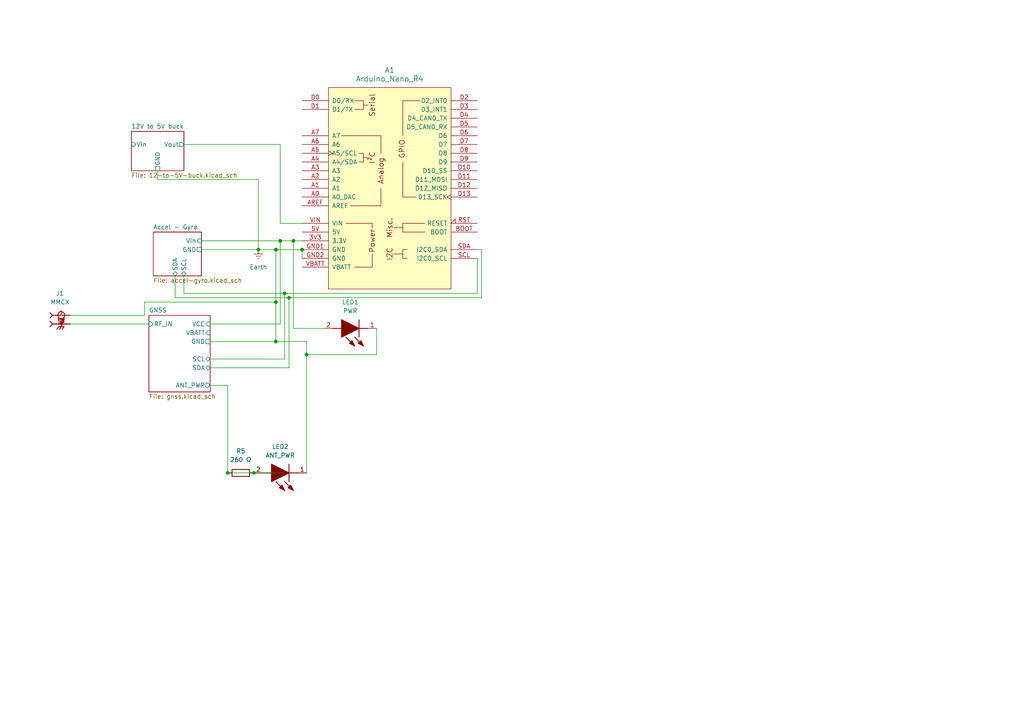
<source format=kicad_sch>
(kicad_sch (version 20250114) (generator "eeschema") (generator_version "9.0")
  (paper "A4")
  (title_block (title "Bike sensors logger MK1"))
  (lib_symbols
    (symbol "0732511352:0732511352" (pin_names (offset 1.016))
      (property "Reference" "J" (at -3.81 1.524 0))
      (property "Value" "0732511352" (at -4.064 -4.318 0))
      (symbol "0732511352_0_0"
        (polyline (pts (xy -3.302 0.762) (xy -2.54 0)) (stroke (width 0.254)))
        (polyline (pts (xy -3.302 -0.762) (xy -2.54 0)) (stroke (width 0.254)))
        (polyline (pts (xy -3.302 -1.778) (xy -2.54 -2.54)) (stroke (width 0.254)))
        (polyline (pts (xy -3.302 -3.302) (xy -2.54 -2.54)) (stroke (width 0.254)))
        (polyline (pts (xy -2.54 0) (xy 2.54 0)) (stroke (width 0.254)))
        (polyline (pts (xy -1.016 -1.016) (xy 0 -1.016)) (stroke (width 0.254)))
        (polyline (pts (xy -0.762 -3.302) (xy -1.27 -4.064)) (stroke (width 0.254)))
        (circle (center 0 0) (radius 1.016) (stroke (width 0.254)))
        (polyline (pts (xy 0 -1.016) (xy 0 -2.54)) (stroke (width 0.254)))
        (polyline (pts (xy 0 -1.016) (xy 1.016 -1.016)) (stroke (width 0.254)))
        (polyline (pts (xy 0 -2.54) (xy -2.54 -2.54)) (stroke (width 0.254)))
        (polyline (pts (xy 0 -2.54) (xy 0 -3.302)) (stroke (width 0.254)))
        (circle (center 0 -2.54) (radius 0.254) (stroke (width 0.254)))
        (polyline (pts (xy 0 -3.302) (xy -0.762 -3.302)) (stroke (width 0.254)))
        (polyline (pts (xy 0 -3.302) (xy -0.508 -4.064)) (stroke (width 0.254)))
        (polyline (pts (xy 0 -3.302) (xy 0.762 -3.302)) (stroke (width 0.254)))
        (polyline (pts (xy 0.762 -3.302) (xy 0.254 -4.064)) (stroke (width 0.254)))
        (polyline (pts (xy 2.54 -2.54) (xy 0 -2.54)) (stroke (width 0.254)))
        (pin passive line (at 2.54 0 180) (length 5.08) (name "~") (number "1"))
        (pin passive line (at 2.54 -2.54 180) (length 5.08) (name "~") (number "S1"))
        (pin passive line (at 2.54 -2.54 180) (length 5.08) (name "~") (number "S2"))
        (pin passive line (at 2.54 -2.54 180) (length 5.08) (name "~") (number "S3"))
        (pin passive line (at 2.54 -2.54 180) (length 5.08) (name "~") (number "S4"))
      )
    )
    (symbol "150060RS83000:150060RS83000" (pin_names (hide yes))
      (property "Reference" "LED" (at 12.7 8.89 0))
      (property "Value" "150060RS83000" (at 12.7 6.35 0))
      (symbol "150060RS83000_1_1"
        (polyline (pts (xy 2.54 0) (xy 5.08 0)) (stroke (width 0.254)))
        (polyline (pts (xy 5.08 2.54) (xy 5.08 -2.54)) (stroke (width 0.254)))
        (polyline (pts (xy 5.08 0) (xy 10.16 2.54) (xy 10.16 -2.54) (xy 5.08 0)) (stroke (width 0.254)) (fill (type outline)))
        (polyline (pts (xy 5.334 4.318) (xy 4.572 3.556) (xy 3.81 5.08) (xy 5.334 4.318)) (stroke (width 0.254)) (fill (type outline)))
        (polyline (pts (xy 6.35 2.54) (xy 3.81 5.08)) (stroke (width 0.254)))
        (polyline (pts (xy 7.874 4.318) (xy 7.112 3.556) (xy 6.35 5.08) (xy 7.874 4.318)) (stroke (width 0.254)) (fill (type outline)))
        (polyline (pts (xy 8.89 2.54) (xy 6.35 5.08)) (stroke (width 0.254)))
        (polyline (pts (xy 10.16 0) (xy 12.7 0)) (stroke (width 0.254)))
        (pin passive line (at 0 0 0) (length 2.54) (name "K") (number "1"))
        (pin passive line (at 15.24 0 180) (length 2.54) (name "A") (number "2"))
      )
    )
    (symbol "Device:R" (pin_numbers (hide yes)) (pin_names (offset 0))
      (property "Reference" "R" (at 2.032 0 90))
      (property "Value" "R" (at 0 0 90))
      (symbol "R_0_1"
        (rectangle (start -1.016 -2.54) (end 1.016 2.54) (stroke (width 0.254)))
      )
      (symbol "R_1_1"
        (pin passive line (at 0 3.81 270) (length 1.27) (name "~") (number "1"))
        (pin passive line (at 0 -3.81 90) (length 1.27) (name "~") (number "2"))
      )
    )
    (symbol "Raspberry PI Zero:RaspberryPi_Zero_Dummy"
      (property "Reference" "U" (at 0 0 0))
      (property "Value" "RaspberryPi_Zero_Dummy" (at 0 2.54 0))
    )
    (symbol "arduino-library:Arduino_Nano_R4" (pin_names (offset 1.016))
      (property "Reference" "A" (at 0 33.02 0))
      (property "Value" "Arduino_Nano_R4" (at 0 29.21 0))
      (symbol "Arduino_Nano_R4_0_0"
        (rectangle (start -17.78 26.67) (end 17.78 -31.75) (fill (type background)))
        (polyline (pts (xy -10.16 22.86) (xy -7.62 22.86) (xy -7.62 20.32) (xy -10.16 20.32)))
        (polyline (pts (xy -10.16 -25.4) (xy -5.08 -25.4) (xy -5.08 -21.59)))
        (polyline (pts (xy -8.89 7.62) (xy -7.62 7.62) (xy -7.62 5.08) (xy -8.89 5.08)))
        (polyline (pts (xy -7.62 21.59) (xy -6.35 21.59)))
        (polyline (pts (xy -7.62 6.35) (xy -6.35 6.35)))
        (polyline (pts (xy -5.08 -13.97) (xy -5.08 -12.7) (xy -12.7 -12.7)))
        (polyline (pts (xy 3.81 -13.97) (xy 1.27 -13.97)))
        (polyline (pts (xy 3.81 -21.59) (xy 1.27 -21.59)))
        (text "Serial" (at -5.08 21.59 900) (effects (font (size 1.524 1.524))))
        (text "I²C" (at -5.08 6.35 900) (effects (font (size 1.524 1.524))))
        (text "Power" (at -5.08 -17.78 900) (effects (font (size 1.524 1.524))))
        (text "Analog" (at -2.54 2.54 900) (effects (font (size 1.524 1.524))))
        (text "Misc." (at 0 -13.97 900) (effects (font (size 1.524 1.524))))
      )
      (symbol "Arduino_Nano_R4_0_1"
        (polyline (pts (xy -13.97 12.7) (xy -2.54 12.7) (xy -2.54 7.62)))
        (polyline (pts (xy -11.43 -7.62) (xy -2.54 -7.62) (xy -2.54 -2.54)))
        (polyline (pts (xy 5.08 -20.32) (xy 3.81 -20.32) (xy 3.81 -22.86) (xy 5.08 -22.86)))
        (polyline (pts (xy 7.62 -5.08) (xy 3.81 -5.08) (xy 3.81 5.08)))
        (polyline (pts (xy 8.89 22.86) (xy 3.81 22.86) (xy 3.81 12.7)))
        (polyline (pts (xy 10.16 -12.7) (xy 3.81 -12.7) (xy 3.81 -15.24) (xy 10.16 -15.24)))
      )
      (symbol "Arduino_Nano_R4_1_0"
        (text "GPIO" (at 3.556 8.89 900) (effects (font (size 1.524 1.524))))
      )
      (symbol "Arduino_Nano_R4_1_1"
        (text "I2C" (at 0 -21.59 900) (effects (font (size 1.524 1.524))))
        (pin bidirectional line (at -25.4 22.86 0) (length 7.62) (name "D0/RX") (number "D0"))
        (pin bidirectional line (at -25.4 20.32 0) (length 7.62) (name "D1/TX") (number "D1"))
        (pin bidirectional line (at -25.4 12.7 0) (length 7.62) (name "A7") (number "A7"))
        (pin bidirectional line (at -25.4 10.16 0) (length 7.62) (name "A6") (number "A6"))
        (pin bidirectional clock (at -25.4 7.62 0) (length 7.62) (name "A5/SCL") (number "A5"))
        (pin bidirectional line (at -25.4 5.08 0) (length 7.62) (name "A4/SDA") (number "A4"))
        (pin bidirectional line (at -25.4 2.54 0) (length 7.62) (name "A3") (number "A3"))
        (pin bidirectional line (at -25.4 0 0) (length 7.62) (name "A2") (number "A2"))
        (pin bidirectional line (at -25.4 -2.54 0) (length 7.62) (name "A1") (number "A1"))
        (pin bidirectional line (at -25.4 -5.08 0) (length 7.62) (name "A0_DAC") (number "A0"))
        (pin input line (at -25.4 -7.62 0) (length 7.62) (name "AREF") (number "AREF"))
        (pin power_in line (at -25.4 -12.7 0) (length 7.62) (name "VIN") (number "VIN"))
        (pin power_out line (at -25.4 -15.24 0) (length 7.62) (name "5V") (number "5V"))
        (pin power_out line (at -25.4 -17.78 0) (length 7.62) (name "3.3V") (number "3V3"))
        (pin power_in line (at -25.4 -20.32 0) (length 7.62) (name "GND") (number "GND1"))
        (pin power_in line (at -25.4 -22.86 0) (length 7.62) (name "GND") (number "GND2"))
        (pin power_in line (at -25.4 -25.4 0) (length 7.62) (name "VBATT") (number "VBATT"))
        (pin bidirectional line (at 25.4 22.86 180) (length 7.62) (name "D2_INT0") (number "D2"))
        (pin bidirectional line (at 25.4 20.32 180) (length 7.62) (name "D3_INT1") (number "D3"))
        (pin bidirectional line (at 25.4 17.78 180) (length 7.62) (name "D4_CAN0_TX") (number "D4"))
        (pin bidirectional line (at 25.4 15.24 180) (length 7.62) (name "D5_CAN0_RX") (number "D5"))
        (pin bidirectional line (at 25.4 12.7 180) (length 7.62) (name "D6") (number "D6"))
        (pin bidirectional line (at 25.4 10.16 180) (length 7.62) (name "D7") (number "D7"))
        (pin bidirectional line (at 25.4 7.62 180) (length 7.62) (name "D8") (number "D8"))
        (pin bidirectional line (at 25.4 5.08 180) (length 7.62) (name "D9") (number "D9"))
        (pin bidirectional line (at 25.4 2.54 180) (length 7.62) (name "D10_SS") (number "D10"))
        (pin bidirectional line (at 25.4 0 180) (length 7.62) (name "D11_MOSI") (number "D11"))
        (pin bidirectional line (at 25.4 -2.54 180) (length 7.62) (name "D12_MISO") (number "D12"))
        (pin bidirectional clock (at 25.4 -5.08 180) (length 7.62) (name "D13_SCK") (number "D13"))
        (pin open_collector input_low (at 25.4 -12.7 180) (length 7.62) (name "RESET") (number "RST"))
        (pin input line (at 25.4 -15.24 180) (length 7.62) (name "BOOT") (number "BOOT"))
        (pin input line (at 25.4 -20.32 180) (length 7.62) (name "I2C0_SDA") (number "SDA"))
        (pin input line (at 25.4 -22.86 180) (length 7.62) (name "I2C0_SCL") (number "SCL"))
      )
    )
    (symbol "power:Earth" (power) (pin_numbers (hide yes)) (pin_names (offset 0) (hide yes))
      (property "Value" "Earth" (at 0 -3.81 0))
      (symbol "Earth_0_1"
        (polyline (pts (xy -0.635 -1.905) (xy 0.635 -1.905)))
        (polyline (pts (xy -0.127 -2.54) (xy 0.127 -2.54)))
        (polyline (pts (xy 0 -1.27) (xy 0 0)))
        (polyline (pts (xy 1.27 -1.27) (xy -1.27 -1.27)))
      )
      (symbol "Earth_1_1"
        (pin power_in line (at 0 0 270) (length 0) (name "~") (number "1"))
      )
    )
  )
  (junction (at 81.28 69.85))
  (junction (at 80.01 72.39))
  (junction (at 74.93 72.39))
  (junction (at 73.66 137.16))
  (junction (at 82.55 85.09))
  (junction (at 88.9 102.87))
  (junction (at 87.63 72.39))
  (junction (at 80.01 87.63))
  (junction (at 85.09 69.85))
  (junction (at 80.01 99.06))
  (junction (at 66.04 137.16))
  (junction (at 83.82 86.36))
  (wire (pts (xy 82.55 137.16) (xy 73.66 137.16)))
  (wire (pts (xy 81.28 41.91) (xy 81.28 64.77)))
  (wire (pts (xy 60.96 111.76) (xy 66.04 111.76)))
  (wire (pts (xy 45.72 49.53) (xy 45.72 52.07)))
  (wire (pts (xy 53.34 80.01) (xy 53.34 85.09)))
  (wire (pts (xy 88.9 102.87) (xy 88.9 99.06)))
  (wire (pts (xy 74.93 72.39) (xy 80.01 72.39)))
  (wire (pts (xy 60.96 99.06) (xy 80.01 99.06)))
  (wire (pts (xy 81.28 93.98) (xy 81.28 69.85)))
  (wire (pts (xy 20.32 93.98) (xy 43.18 93.98)))
  (wire (pts (xy 81.28 64.77) (xy 87.63 64.77)))
  (wire (pts (xy 88.9 102.87) (xy 109.22 102.87)))
  (wire (pts (xy 85.09 69.85) (xy 87.63 69.85)))
  (wire (pts (xy 41.91 87.63) (xy 41.91 91.44)))
  (wire (pts (xy 83.82 86.36) (xy 139.7 86.36)))
  (wire (pts (xy 53.34 85.09) (xy 82.55 85.09)))
  (wire (pts (xy 58.42 69.85) (xy 81.28 69.85)))
  (wire (pts (xy 82.55 85.09) (xy 82.55 104.14)))
  (wire (pts (xy 50.8 80.01) (xy 50.8 86.36)))
  (wire (pts (xy 93.98 95.25) (xy 85.09 95.25)))
  (wire (pts (xy 82.55 85.09) (xy 138.43 85.09)))
  (wire (pts (xy 20.32 91.44) (xy 41.91 91.44)))
  (wire (pts (xy 41.91 87.63) (xy 80.01 87.63)))
  (wire (pts (xy 58.42 72.39) (xy 74.93 72.39)))
  (wire (pts (xy 45.72 52.07) (xy 74.93 52.07)))
  (wire (pts (xy 60.96 106.68) (xy 83.82 106.68)))
  (wire (pts (xy 74.93 52.07) (xy 74.93 72.39)))
  (wire (pts (xy 139.7 86.36) (xy 139.7 72.39)))
  (wire (pts (xy 138.43 74.93) (xy 138.43 85.09)))
  (wire (pts (xy 88.9 137.16) (xy 88.9 102.87)))
  (wire (pts (xy 73.66 137.16) (xy 66.04 137.16)))
  (wire (pts (xy 80.01 99.06) (xy 88.9 99.06)))
  (wire (pts (xy 80.01 72.39) (xy 80.01 87.63)))
  (wire (pts (xy 66.04 111.76) (xy 66.04 137.16)))
  (wire (pts (xy 60.96 104.14) (xy 82.55 104.14)))
  (wire (pts (xy 80.01 72.39) (xy 87.63 72.39)))
  (wire (pts (xy 138.43 72.39) (xy 139.7 72.39)))
  (wire (pts (xy 80.01 87.63) (xy 80.01 99.06)))
  (wire (pts (xy 81.28 69.85) (xy 85.09 69.85)))
  (wire (pts (xy 109.22 95.25) (xy 109.22 102.87)))
  (wire (pts (xy 85.09 69.85) (xy 85.09 95.25)))
  (wire (pts (xy 83.82 86.36) (xy 83.82 106.68)))
  (wire (pts (xy 50.8 86.36) (xy 83.82 86.36)))
  (wire (pts (xy 53.34 41.91) (xy 81.28 41.91)))
  (wire (pts (xy 87.63 72.39) (xy 87.63 74.93)))
  (wire (pts (xy 60.96 93.98) (xy 81.28 93.98)))
  (symbol (lib_id "150060RS83000:150060RS83000") (at 109.22 95.25 180) (unit 1)
    (property "Reference" "LED1" (at 101.6 87.63 0))
    (property "Value" "PWR" (at 101.6 90.17 0))
    (property "Footprint" "LEDC1608X115N" (effects (hide yes)))
    (property "Description" "Red 625nm LED Indication - Discrete 2V 0603 (1608 Metric)" (effects (hide yes)))
    (property "Height" "1.15" (effects (hide yes)))
    (property "Manufacturer_Name" "Wurth Elektronik" (effects (hide yes)))
    (property "Manufacturer_Part_Number" "150060RS83000" (effects (hide yes)))
  )
  (symbol (lib_id "150060RS83000:150060RS83000") (at 88.9 137.16 180) (unit 1)
    (property "Reference" "LED2" (at 81.28 129.54 0))
    (property "Value" "ANT_PWR" (at 81.28 132.08 0))
    (property "Footprint" "LEDC1608X115N" (effects (hide yes)))
    (property "Description" "Red 625nm LED Indication - Discrete 2V 0603 (1608 Metric)" (effects (hide yes)))
    (property "Height" "1.15" (effects (hide yes)))
    (property "Manufacturer_Name" "Wurth Elektronik" (effects (hide yes)))
    (property "Manufacturer_Part_Number" "150060RS83000" (effects (hide yes)))
  )
  (symbol (lib_id "Raspberry PI Zero:RaspberryPi_Zero_Dummy") (at 78.74 46.99 0) (unit 1)
    (property "Reference" "U1" (effects (hide yes)))
    (property "Value" "RaspberryPi_Zero_Dummy" (effects (hide yes)))
    (property "Footprint" "RaspberryPiZero_Dummy:RaspberryPiZero_Dummy" (effects (hide yes)))
  )
  (symbol (lib_id "Device:R") (at 69.85 137.16 90) (unit 1)
    (property "Reference" "R5" (at 69.85 130.81 90))
    (property "Value" "260 Ω" (at 69.85 133.35 90))
    (property "Description" "Resistor" (effects (hide yes)))
  )
  (symbol (lib_id "0732511352:0732511352") (at 17.78 91.44 0) (unit 1)
    (property "Reference" "J1" (at 17.399 85.09 0))
    (property "Value" "MMCX" (at 17.399 87.63 0))
    (property "Footprint" "0732511352:MOLEX_0732511352" (effects (hide yes)))
    (property "MF" "Molex" (effects (hide yes)))
    (property "MAXIMUM_PACKAGE_HEIGHT" "9.655mm" (effects (hide yes)))
    (property "Package" "None" (effects (hide yes)))
    (property "Price" "None" (effects (hide yes)))
    (property "Check_prices" "https://www.snapeda.com/parts/732511352/Molex/view-part/?ref=eda" (effects (hide yes)))
    (property "STANDARD" "Manufacturer Recommendations" (effects (hide yes)))
    (property "PARTREV" "C4" (effects (hide yes)))
    (property "SnapEDA_Link" "https://www.snapeda.com/parts/732511352/Molex/view-part/?ref=snap" (effects (hide yes)))
    (property "MP" "732511352" (effects (hide yes)))
    (property "Description_1" "SMA Connector Jack, Female Socket 50 Ohms Surface Mount Solder" (effects (hide yes)))
    (property "Availability" "In Stock" (effects (hide yes)))
    (property "MANUFACTURER" "Molex" (effects (hide yes)))
  )
  (symbol (lib_id "arduino-library:Arduino_Nano_R4") (at 113.03 52.07 0) (unit 1)
    (property "Reference" "A1" (at 113.03 20.32 0) (effects (font (size 1.524 1.524))))
    (property "Value" "Arduino_Nano_R4" (at 113.03 22.86 0) (effects (font (size 1.524 1.524))))
    (property "Footprint" "PCM_arduino-library:Arduino_Nano_R4" (effects (hide yes)))
    (property "Datasheet" "https://docs.arduino.cc/tutorials/nano-r4/user-manual/" (effects (hide yes)))
    (property "Description" "Arduino Nano R4" (effects (hide yes)))
  )
  (symbol (lib_id "power:Earth") (at 74.93 72.39 0) (unit 1)
    (property "Reference" "#PWR01" (effects (hide yes)))
    (property "Value" "Earth" (at 74.93 77.47 0))
    (property "Description" "Power symbol creates a global label with name \"Earth\"" (effects (hide yes)))
  )
  (sheet (at 43.18 91.44) (size 17.78 22.225) (stroke (width 0.1524))
    (property "Sheetname" "GNSS" (at 43.18 90.7284 0) (effects (justify left bottom)))
    (property "Sheetfile" "gnss.kicad_sch" (at 43.18 114.2496 0) (effects (justify left top)))
    (pin "GND" passive (at 60.96 99.06 0))
    (pin "RF_IN" input (at 43.18 93.98 180))
    (pin "SCL" bidirectional (at 60.96 104.14 0))
    (pin "SDA" bidirectional (at 60.96 106.68 0))
    (pin "VBATT" input (at 60.96 96.52 0))
    (pin "VCC" input (at 60.96 93.98 0))
    (pin "ANT_PWR" output (at 60.96 111.76 0))
  )
  (sheet (at 38.1 38.1) (size 15.24 11.43) (stroke (width 0.1524))
    (property "Sheetname" "12V to 5V buck" (at 38.1 37.3884 0) (effects (justify left bottom)))
    (property "Sheetfile" "12-to-5V-buck.kicad_sch" (at 38.1 50.1146 0) (effects (justify left top)))
    (pin "Vin" input (at 38.1 41.91 180))
    (pin "Vout" output (at 53.34 41.91 0))
    (pin "GND" passive (at 45.72 49.53 270))
  )
  (sheet (at 44.45 67.31) (size 13.97 12.7) (stroke (width 0.1524))
    (property "Sheetname" "Accel - Gyro" (at 44.45 66.5984 0) (effects (justify left bottom)))
    (property "Sheetfile" "accel-gyro.kicad_sch" (at 44.45 80.5946 0) (effects (justify left top)))
    (pin "GND" passive (at 58.42 72.39 0))
    (pin "SCL" bidirectional (at 53.34 80.01 270))
    (pin "SDA" bidirectional (at 50.8 80.01 270))
    (pin "Vin" input (at 58.42 69.85 0))
  )
)
</source>
